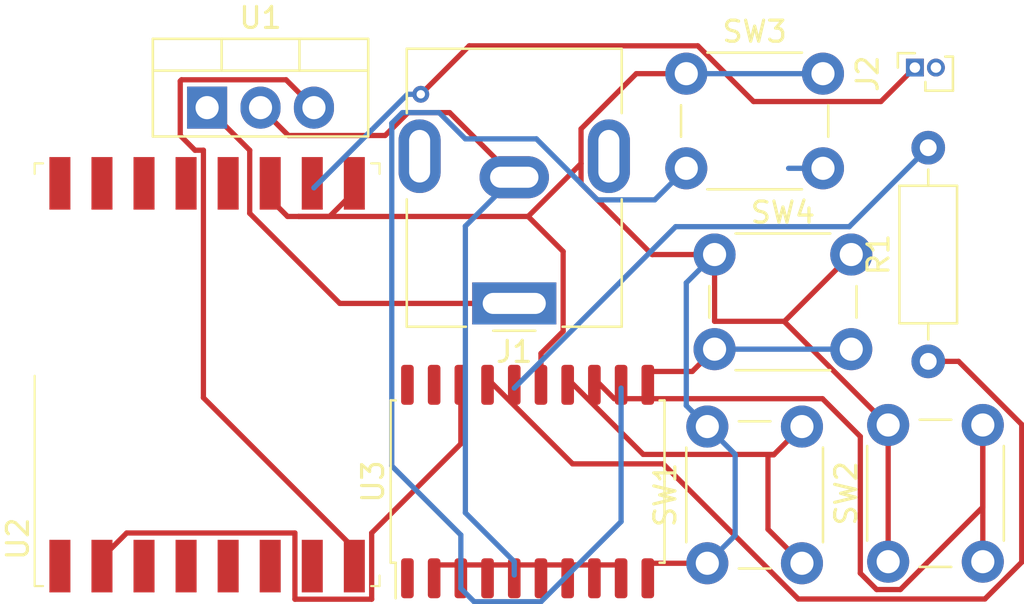
<source format=kicad_pcb>
(kicad_pcb (version 20211014) (generator pcbnew)
  (layers (0 "F.Cu" signal) (31 "B.Cu" signal) (34 "B.Paste" user) (35 "F.Paste" user) (36 "B.SilkS" user "B.Silkscreen") (37 "F.SilkS" user "F.Silkscreen") (38 "B.Mask" user) (39 "F.Mask" user) (44 "Edge.Cuts" user))
  (net 0 "")
  (net 1 "Net-(J1-Pad1)")
  (net 2 "GND")
  (net 3 "Net-(J2-Pad1)")
  (net 4 "Net-(R1-Pad1)")
  (net 5 "Net-(R1-Pad2)")
  (net 6 "Earth")
  (net 7 "Net-(SW1-Pad2)")
  (net 8 "Net-(SW2-Pad2)")
  (net 9 "Net-(SW3-Pad2)")
  (net 10 "Net-(SW4-Pad2)")
  (net 11 "VCC")
  (net 13 "DATA")
  (net 25 "+9V")
  (footprint "Connector_PinSocket_1.00mm:PinSocket_1x02_P1.00mm_Vertical" (layer "F.Cu") (at 143.51 62.865 90)
    (fp_text reference "J2" (at -0.29 -2.25 90) (layer "F.SilkS"))
    (fp_text value "Conn_01x01_Female" hide)
    (fp_line (start -1.1 0.5) (end -1.1 1.81) (layer "F.SilkS") (width 0.12))
    (fp_line (start -1.1 1.81) (end 0.52 1.81) (layer "F.SilkS") (width 0.12))
    (fp_line (start 0.685 -0.81) (end 0.685 0) (layer "F.SilkS") (width 0.12))
    (fp_line (start 0.52 1.445898) (end 0.52 1.81) (layer "F.SilkS") (width 0.12))
    (fp_line (start -1.1 0.5) (end -0.685 0.5) (layer "F.SilkS") (width 0.12))
    (fp_line (start 0 -0.81) (end 0.685 -0.81) (layer "F.SilkS") (width 0.12))
    (pad "1" thru_hole rect (at 0 0 90) (size 0.85 0.85) (drill 0.5) (layers *.Cu *.Mask) (net 3 "Net-(J2-Pad1)"))
    (pad "2" thru_hole oval (at 0 1 90) (size 0.85 0.85) (drill 0.5) (layers *.Cu *.Mask))
  )
  (footprint "Button_Switch_THT:SW_PUSH_6mm" (layer "F.Cu") (at 132.64 63.155)
    (fp_text reference "SW3" (at 3.25 -2) (layer "F.SilkS"))
    (fp_text value "SW_Push" hide)
    (fp_line (start 1 5.5) (end 5.5 5.5) (layer "F.SilkS") (width 0.12))
    (fp_line (start -0.25 1.5) (end -0.25 3) (layer "F.SilkS") (width 0.12))
    (fp_line (start 6.75 3) (end 6.75 1.5) (layer "F.SilkS") (width 0.12))
    (fp_line (start 5.5 -1) (end 1 -1) (layer "F.SilkS") (width 0.12))
    (pad "1" thru_hole circle (at 6.5 0 90) (size 2 2) (drill 1.1) (layers *.Cu *.Mask) (net 6 "Earth"))
    (pad "1" thru_hole circle (at 0 0 90) (size 2 2) (drill 1.1) (layers *.Cu *.Mask) (net 6 "Earth"))
    (pad "2" thru_hole circle (at 6.5 4.5 90) (size 2 2) (drill 1.1) (layers *.Cu *.Mask) (net 9 "Net-(SW3-Pad2)"))
    (pad "2" thru_hole circle (at 0 4.5 90) (size 2 2) (drill 1.1) (layers *.Cu *.Mask) (net 9 "Net-(SW3-Pad2)"))
  )
  (footprint "Package_SO:SOP-20_7.5x12.8mm_P1.27mm" (layer "F.Cu") (at 125.095 82.55 90)
    (fp_text reference "U3" (at 0 -7.35 90) (layer "F.SilkS"))
    (fp_text value "HT12E" hide)
    (fp_line (start 0 6.51) (end 3.86 6.51) (layer "F.SilkS") (width 0.12))
    (fp_line (start 0 -6.51) (end 3.86 -6.51) (layer "F.SilkS") (width 0.12))
    (fp_line (start 3.86 -6.51) (end 3.86 -6.275) (layer "F.SilkS") (width 0.12))
    (fp_line (start 3.86 6.51) (end 3.86 6.275) (layer "F.SilkS") (width 0.12))
    (fp_line (start -3.86 -6.51) (end -3.86 -6.275) (layer "F.SilkS") (width 0.12))
    (fp_line (start 0 -6.51) (end -3.86 -6.51) (layer "F.SilkS") (width 0.12))
    (fp_line (start 0 6.51) (end -3.86 6.51) (layer "F.SilkS") (width 0.12))
    (fp_line (start -3.86 -6.275) (end -5.55 -6.275) (layer "F.SilkS") (width 0.12))
    (fp_line (start -3.86 6.51) (end -3.86 6.275) (layer "F.SilkS") (width 0.12))
    (pad "1" smd roundrect (at -4.6 -5.715 90) (size 1.9 0.6) (layers "F.Cu" "F.Paste" "F.Mask"))
    (pad "2" smd roundrect (at -4.6 -4.445 90) (size 1.9 0.6) (layers "F.Cu" "F.Paste" "F.Mask") (net 2 "GND"))
    (pad "3" smd roundrect (at -4.6 -3.175 90) (size 1.9 0.6) (layers "F.Cu" "F.Paste" "F.Mask") (net 2 "GND"))
    (pad "4" smd roundrect (at -4.6 -1.905 90) (size 1.9 0.6) (layers "F.Cu" "F.Paste" "F.Mask") (net 2 "GND"))
    (pad "5" smd roundrect (at -4.6 -0.635 90) (size 1.9 0.6) (layers "F.Cu" "F.Paste" "F.Mask") (net 2 "GND"))
    (pad "6" smd roundrect (at -4.6 0.635 90) (size 1.9 0.6) (layers "F.Cu" "F.Paste" "F.Mask") (net 2 "GND"))
    (pad "7" smd roundrect (at -4.6 1.905 90) (size 1.9 0.6) (layers "F.Cu" "F.Paste" "F.Mask") (net 2 "GND"))
    (pad "8" smd roundrect (at -4.6 3.175 90) (size 1.9 0.6) (layers "F.Cu" "F.Paste" "F.Mask") (net 2 "GND"))
    (pad "9" smd roundrect (at -4.6 4.445 90) (size 1.9 0.6) (layers "F.Cu" "F.Paste" "F.Mask") (net 2 "GND"))
    (pad "10" smd roundrect (at -4.6 5.715 90) (size 1.9 0.6) (layers "F.Cu" "F.Paste" "F.Mask") (net 6 "Earth"))
    (pad "11" smd roundrect (at 4.6 5.715 90) (size 1.9 0.6) (layers "F.Cu" "F.Paste" "F.Mask") (net 10 "Net-(SW4-Pad2)"))
    (pad "12" smd roundrect (at 4.6 4.445 90) (size 1.9 0.6) (layers "F.Cu" "F.Paste" "F.Mask") (net 9 "Net-(SW3-Pad2)"))
    (pad "13" smd roundrect (at 4.6 3.175 90) (size 1.9 0.6) (layers "F.Cu" "F.Paste" "F.Mask") (net 8 "Net-(SW2-Pad2)"))
    (pad "14" smd roundrect (at 4.6 1.905 90) (size 1.9 0.6) (layers "F.Cu" "F.Paste" "F.Mask") (net 7 "Net-(SW1-Pad2)"))
    (pad "15" smd roundrect (at 4.6 0.635 90) (size 1.9 0.6) (layers "F.Cu" "F.Paste" "F.Mask") (net 6 "Earth"))
    (pad "16" smd roundrect (at 4.6 -0.635 90) (size 1.9 0.6) (layers "F.Cu" "F.Paste" "F.Mask") (net 5 "Net-(R1-Pad2)"))
    (pad "17" smd roundrect (at 4.6 -1.905 90) (size 1.9 0.6) (layers "F.Cu" "F.Paste" "F.Mask") (net 4 "Net-(R1-Pad1)"))
    (pad "18" smd roundrect (at 4.6 -3.175 90) (size 1.9 0.6) (layers "F.Cu" "F.Paste" "F.Mask") (net 13 "DATA"))
    (pad "19" smd roundrect (at 4.6 -4.445 90) (size 1.9 0.6) (layers "F.Cu" "F.Paste" "F.Mask") (net 25 "+9V"))
    (pad "20" smd roundrect (at 4.6 -5.715 90) (size 1.9 0.6) (layers "F.Cu" "F.Paste" "F.Mask"))
  )
  (footprint "Resistor_THT:R_Axial_DIN0207_L6.3mm_D2.5mm_P10.16mm_Horizontal" (layer "F.Cu") (at 144.145 76.835 90)
    (fp_text reference "R1" (at 5.08 -2.37 90) (layer "F.SilkS"))
    (fp_text value "1.1M")
    (fp_line (start 1.81 1.37) (end 8.35 1.37) (layer "F.SilkS") (width 0.12))
    (fp_line (start 8.35 1.37) (end 8.35 -1.37) (layer "F.SilkS") (width 0.12))
    (fp_line (start 8.35 -1.37) (end 1.81 -1.37) (layer "F.SilkS") (width 0.12))
    (fp_line (start 1.81 -1.37) (end 1.81 1.37) (layer "F.SilkS") (width 0.12))
    (fp_line (start 9.12 0) (end 8.35 0) (layer "F.SilkS") (width 0.12))
    (fp_line (start 1.04 0) (end 1.81 0) (layer "F.SilkS") (width 0.12))
    (pad "1" thru_hole circle (at 0 0 90) (size 1.6 1.6) (drill 0.8) (layers *.Cu *.Mask) (net 4 "Net-(R1-Pad1)"))
    (pad "2" thru_hole oval (at 10.16 0 90) (size 1.6 1.6) (drill 0.8) (layers *.Cu *.Mask) (net 5 "Net-(R1-Pad2)"))
  )
  (footprint "Button_Switch_THT:SW_PUSH_6mm" (layer "F.Cu") (at 133.64 86.435 90)
    (fp_text reference "SW1" (at 3.25 -2 90) (layer "F.SilkS"))
    (fp_text value "SW_Push" hide)
    (fp_line (start 1 5.5) (end 5.5 5.5) (layer "F.SilkS") (width 0.12))
    (fp_line (start 5.5 -1) (end 1 -1) (layer "F.SilkS") (width 0.12))
    (fp_line (start 6.75 3) (end 6.75 1.5) (layer "F.SilkS") (width 0.12))
    (fp_line (start -0.25 1.5) (end -0.25 3) (layer "F.SilkS") (width 0.12))
    (pad "1" thru_hole circle (at 0 0 180) (size 2 2) (drill 1.1) (layers *.Cu *.Mask) (net 6 "Earth"))
    (pad "1" thru_hole circle (at 6.5 0 180) (size 2 2) (drill 1.1) (layers *.Cu *.Mask) (net 6 "Earth"))
    (pad "2" thru_hole circle (at 6.5 4.5 180) (size 2 2) (drill 1.1) (layers *.Cu *.Mask) (net 7 "Net-(SW1-Pad2)"))
    (pad "2" thru_hole circle (at 0 4.5 180) (size 2 2) (drill 1.1) (layers *.Cu *.Mask) (net 7 "Net-(SW1-Pad2)"))
  )
  (footprint "Connector_BarrelJack:BarrelJack_CUI_PJ-063AH_Horizontal" (layer "F.Cu") (at 124.46 74.08 180)
    (fp_text reference "J1" (at 0 -2.3) (layer "F.SilkS"))
    (fp_text value "Barrel_Jack" hide)
    (fp_line (start 5.11 9.05) (end 5.11 12.11) (layer "F.SilkS") (width 0.12))
    (fp_line (start -5.11 12.11) (end -5.11 9.05) (layer "F.SilkS") (width 0.12))
    (fp_line (start -1 -1.3) (end 1 -1.3) (layer "F.SilkS") (width 0.12))
    (fp_line (start 5.11 -1.11) (end 5.11 4.95) (layer "F.SilkS") (width 0.12))
    (fp_line (start -5.11 -1.11) (end -2.3 -1.11) (layer "F.SilkS") (width 0.12))
    (fp_line (start -5.11 4.95) (end -5.11 -1.11) (layer "F.SilkS") (width 0.12))
    (fp_line (start 5.11 12.11) (end -5.11 12.11) (layer "F.SilkS") (width 0.12))
    (fp_line (start 2.3 -1.11) (end 5.11 -1.11) (layer "F.SilkS") (width 0.12))
    (pad "" np_thru_hole circle (at 0 9 180) (size 1.6 1.6) (drill 1.6) (layers *.Cu *.Mask))
    (pad "1" thru_hole rect (at 0 0 180) (size 4 2) (drill oval 3 1) (layers *.Cu *.Mask) (net 1 "Net-(J1-Pad1)"))
    (pad "2" thru_hole oval (at 0 6 180) (size 3.3 2) (drill oval 2.3 1) (layers *.Cu *.Mask) (net 2 "GND"))
    (pad "MP" thru_hole oval (at -4.5 7 180) (size 2 3.5) (drill oval 1 2.5) (layers *.Cu *.Mask))
    (pad "MP" thru_hole oval (at 4.5 7 180) (size 2 3.5) (drill oval 1 2.5) (layers *.Cu *.Mask))
  )
  (footprint "Button_Switch_THT:SW_PUSH_6mm" (layer "F.Cu") (at 142.24 86.36 90)
    (fp_text reference "SW2" (at 3.25 -2 90) (layer "F.SilkS"))
    (fp_text value "SW_Push" hide)
    (fp_line (start -0.25 1.5) (end -0.25 3) (layer "F.SilkS") (width 0.12))
    (fp_line (start 1 5.5) (end 5.5 5.5) (layer "F.SilkS") (width 0.12))
    (fp_line (start 6.75 3) (end 6.75 1.5) (layer "F.SilkS") (width 0.12))
    (fp_line (start 5.5 -1) (end 1 -1) (layer "F.SilkS") (width 0.12))
    (pad "1" thru_hole circle (at 6.5 0 180) (size 2 2) (drill 1.1) (layers *.Cu *.Mask) (net 6 "Earth"))
    (pad "1" thru_hole circle (at 0 0 180) (size 2 2) (drill 1.1) (layers *.Cu *.Mask) (net 6 "Earth"))
    (pad "2" thru_hole circle (at 6.5 4.5 180) (size 2 2) (drill 1.1) (layers *.Cu *.Mask) (net 8 "Net-(SW2-Pad2)"))
    (pad "2" thru_hole circle (at 0 4.5 180) (size 2 2) (drill 1.1) (layers *.Cu *.Mask) (net 8 "Net-(SW2-Pad2)"))
  )
  (footprint "RF_Module:HOPERF_RFM69HW" (layer "F.Cu") (at 109.855 77.47 90)
    (fp_text reference "U2" (at -7.8 -9 90) (layer "F.SilkS"))
    (fp_text value "RFM69HW" hide)
    (fp_line (start -10.05 8.2) (end -9.55 8.2) (layer "F.SilkS") (width 0.1))
    (fp_line (start -10.05 7.8) (end -10.05 8.2) (layer "F.SilkS") (width 0.1))
    (fp_line (start -10.05 -8.2) (end -0.05 -8.2) (layer "F.SilkS") (width 0.1))
    (fp_line (start 10.05 7.8) (end 10.05 8.2) (layer "F.SilkS") (width 0.1))
    (fp_line (start 9.55 -8.2) (end 10.05 -8.2) (layer "F.SilkS") (width 0.1))
    (fp_line (start 10.05 -8.2) (end 10.05 -7.8) (layer "F.SilkS") (width 0.1))
    (fp_line (start -10.05 -8.2) (end -10.05 -7.8) (layer "F.SilkS") (width 0.1))
    (fp_line (start 9.55 8.2) (end 10.05 8.2) (layer "F.SilkS") (width 0.1))
    (pad "1" smd rect (at -9.1 -7 90) (size 2.5 1) (layers "F.Cu" "F.Paste" "F.Mask"))
    (pad "2" smd rect (at -9.1 -5 90) (size 2.5 1) (layers "F.Cu" "F.Paste" "F.Mask") (net 13 "DATA"))
    (pad "3" smd rect (at -9.1 -3 90) (size 2.5 1) (layers "F.Cu" "F.Paste" "F.Mask"))
    (pad "4" smd rect (at -9.1 -1 90) (size 2.5 1) (layers "F.Cu" "F.Paste" "F.Mask"))
    (pad "5" smd rect (at -9.1 1 90) (size 2.5 1) (layers "F.Cu" "F.Paste" "F.Mask"))
    (pad "6" smd rect (at -9.1 3 90) (size 2.5 1) (layers "F.Cu" "F.Paste" "F.Mask"))
    (pad "7" smd rect (at -9.1 5 90) (size 2.5 1) (layers "F.Cu" "F.Paste" "F.Mask"))
    (pad "8" smd rect (at -9.1 7 90) (size 2.5 1) (layers "F.Cu" "F.Paste" "F.Mask") (net 11 "VCC"))
    (pad "9" smd rect (at 9.1 7 90) (size 2.5 1) (layers "F.Cu" "F.Paste" "F.Mask") (net 6 "Earth"))
    (pad "10" smd rect (at 9.1 5 90) (size 2.5 1) (layers "F.Cu" "F.Paste" "F.Mask") (net 3 "Net-(J2-Pad1)"))
    (pad "11" smd rect (at 9.1 3 90) (size 2.5 1) (layers "F.Cu" "F.Paste" "F.Mask") (net 6 "Earth"))
    (pad "12" smd rect (at 9.1 1 90) (size 2.5 1) (layers "F.Cu" "F.Paste" "F.Mask"))
    (pad "13" smd rect (at 9.1 -1 90) (size 2.5 1) (layers "F.Cu" "F.Paste" "F.Mask"))
    (pad "14" smd rect (at 9.1 -3 90) (size 2.5 1) (layers "F.Cu" "F.Paste" "F.Mask"))
    (pad "15" smd rect (at 9.1 -5 90) (size 2.5 1) (layers "F.Cu" "F.Paste" "F.Mask"))
    (pad "16" smd rect (at 9.1 -7 90) (size 2.5 1) (layers "F.Cu" "F.Paste" "F.Mask"))
  )
  (footprint "Package_TO_SOT_THT:TO-220-3_Vertical" (layer "F.Cu") (at 109.855 64.77)
    (fp_text reference "U1" (at 2.54 -4.27) (layer "F.SilkS"))
    (fp_text value "L7805" hide)
    (fp_line (start -2.58 -3.27) (end -2.58 1.371) (layer "F.SilkS") (width 0.12))
    (fp_line (start 4.391 -3.27) (end 4.391 -1.76) (layer "F.SilkS") (width 0.12))
    (fp_line (start 0.69 -3.27) (end 0.69 -1.76) (layer "F.SilkS") (width 0.12))
    (fp_line (start 7.66 -3.27) (end 7.66 1.371) (layer "F.SilkS") (width 0.12))
    (fp_line (start -2.58 -1.76) (end 7.66 -1.76) (layer "F.SilkS") (width 0.12))
    (fp_line (start -2.58 -3.27) (end 7.66 -3.27) (layer "F.SilkS") (width 0.12))
    (fp_line (start -2.58 1.371) (end 7.66 1.371) (layer "F.SilkS") (width 0.12))
    (pad "1" thru_hole rect (at 0 0) (size 1.905 2) (drill 1.1) (layers *.Cu *.Mask) (net 1 "Net-(J1-Pad1)"))
    (pad "2" thru_hole oval (at 2.54 0) (size 1.905 2) (drill 1.1) (layers *.Cu *.Mask) (net 2 "GND"))
    (pad "3" thru_hole oval (at 5.08 0) (size 1.905 2) (drill 1.1) (layers *.Cu *.Mask) (net 11 "VCC"))
  )
  (footprint "Button_Switch_THT:SW_PUSH_6mm" (layer "F.Cu") (at 133.985 71.755)
    (fp_text reference "SW4" (at 3.25 -2) (layer "F.SilkS"))
    (fp_text value "SW_Push" hide)
    (fp_line (start 5.5 -1) (end 1 -1) (layer "F.SilkS") (width 0.12))
    (fp_line (start 1 5.5) (end 5.5 5.5) (layer "F.SilkS") (width 0.12))
    (fp_line (start -0.25 1.5) (end -0.25 3) (layer "F.SilkS") (width 0.12))
    (fp_line (start 6.75 3) (end 6.75 1.5) (layer "F.SilkS") (width 0.12))
    (pad "1" thru_hole circle (at 6.5 0 90) (size 2 2) (drill 1.1) (layers *.Cu *.Mask) (net 6 "Earth"))
    (pad "1" thru_hole circle (at 0 0 90) (size 2 2) (drill 1.1) (layers *.Cu *.Mask) (net 6 "Earth"))
    (pad "2" thru_hole circle (at 6.5 4.5 90) (size 2 2) (drill 1.1) (layers *.Cu *.Mask) (net 10 "Net-(SW4-Pad2)"))
    (pad "2" thru_hole circle (at 0 4.5 90) (size 2 2) (drill 1.1) (layers *.Cu *.Mask) (net 10 "Net-(SW4-Pad2)"))
  )
  (segment (start 111.880489 66.795489) (end 111.880489 69.794511) (width 0.25) (layer "F.Cu") (net 1))
  (segment (start 116.165978 74.08) (end 124.46 74.08) (width 0.25) (layer "F.Cu") (net 1))
  (segment (start 111.880489 69.794511) (end 116.165978 74.08) (width 0.25) (layer "F.Cu") (net 1))
  (segment (start 109.855 64.77) (end 111.880489 66.795489) (width 0.25) (layer "F.Cu") (net 1))
  (segment (start 118.322326 66.09452) (end 119.411366 65.00548) (width 0.25) (layer "F.Cu") (net 2))
  (segment (start 121.38548 65.00548) (end 124.46 68.08) (width 0.25) (layer "F.Cu") (net 2))
  (segment (start 120.65 86.515) (end 128.46596 86.515) (width 0.25) (layer "F.Cu") (net 2))
  (segment (start 119.411366 65.00548) (end 121.38548 65.00548) (width 0.25) (layer "F.Cu") (net 2))
  (segment (start 112.395 64.77) (end 113.71952 66.09452) (width 0.25) (layer "F.Cu") (net 2))
  (segment (start 113.71952 66.09452) (end 118.322326 66.09452) (width 0.25) (layer "F.Cu") (net 2))
  (segment (start 128.27 86.515) (end 129.54 86.515) (width 0.25) (layer "F.Cu") (net 2))
  (segment (start 124.46 68.08) (end 122.135489 70.404511) (width 0.25) (layer "B.Cu") (net 2))
  (segment (start 124.46 86.534112) (end 124.46 86.995) (width 0.25) (layer "B.Cu") (net 2))
  (segment (start 124.46 86.36) (end 124.46 86.534112) (width 0.25) (layer "B.Cu") (net 2))
  (segment (start 122.135489 70.404511) (end 122.135489 84.035489) (width 0.25) (layer "B.Cu") (net 2))
  (segment (start 122.135489 84.035489) (end 124.46 86.36) (width 0.25) (layer "B.Cu") (net 2))
  (segment (start 143.51 62.865) (end 141.895489 64.479511) (width 0.25) (layer "F.Cu") (net 3))
  (segment (start 141.895489 64.479511) (end 135.837654 64.479511) (width 0.25) (layer "F.Cu") (net 3))
  (segment (start 135.837654 64.479511) (end 133.188632 61.830489) (width 0.25) (layer "F.Cu") (net 3))
  (segment (start 133.188632 61.830489) (end 122.319511 61.830489) (width 0.25) (layer "F.Cu") (net 3))
  (segment (start 122.319511 61.830489) (end 120.015 64.135) (width 0.25) (layer "F.Cu") (net 3))
  (via (at 120.015 64.135) (size 0.8) (drill 0.4) (layers "F.Cu" "B.Cu") (net 3))
  (segment (start 119.379283 64.135) (end 114.935 68.579283) (width 0.25) (layer "B.Cu") (net 3))
  (segment (start 120.015 64.135) (end 119.379283 64.135) (width 0.25) (layer "B.Cu") (net 3))
  (segment (start 114.935 68.579283) (end 114.935 68.58) (width 0.25) (layer "B.Cu") (net 3))
  (segment (start 146.839112 88.134031) (end 148.59 86.383143) (width 0.25) (layer "F.Cu") (net 4))
  (segment (start 148.59 86.383143) (end 148.59 79.836857) (width 0.25) (layer "F.Cu") (net 4))
  (segment (start 127.232959 81.709031) (end 131.540888 81.709031) (width 0.25) (layer "F.Cu") (net 4))
  (segment (start 137.965888 88.134031) (end 146.839112 88.134031) (width 0.25) (layer "F.Cu") (net 4))
  (segment (start 123.19 77.315) (end 123.19 77.666072) (width 0.25) (layer "F.Cu") (net 4))
  (segment (start 145.588143 76.835) (end 144.145 76.835) (width 0.25) (layer "F.Cu") (net 4))
  (segment (start 123.19 77.666072) (end 127.232959 81.709031) (width 0.25) (layer "F.Cu") (net 4))
  (segment (start 131.540888 81.709031) (end 137.965888 88.134031) (width 0.25) (layer "F.Cu") (net 4))
  (segment (start 148.59 79.836857) (end 145.588143 76.835) (width 0.25) (layer "F.Cu") (net 4))
  (segment (start 140.389511 70.430489) (end 132.134511 70.430489) (width 0.25) (layer "B.Cu") (net 5))
  (segment (start 132.134511 70.430489) (end 124.46 78.105) (width 0.25) (layer "B.Cu") (net 5))
  (segment (start 144.145 66.675) (end 140.389511 70.430489) (width 0.25) (layer "B.Cu") (net 5))
  (segment (start 116.855 68.37) (end 116.855 68.769022) (width 0.25) (layer "F.Cu") (net 6))
  (segment (start 126.784511 75.404511) (end 125.73 76.459022) (width 0.25) (layer "F.Cu") (net 6))
  (segment (start 115.679511 69.944511) (end 114.205489 69.944511) (width 0.25) (layer "F.Cu") (net 6))
  (segment (start 127.63548 68.378634) (end 131.011846 71.755) (width 0.25) (layer "F.Cu") (net 6))
  (segment (start 112.855 68.37) (end 112.855 69.12) (width 0.25) (layer "F.Cu") (net 6))
  (segment (start 125.73 76.459022) (end 125.73 77.315) (width 0.25) (layer "F.Cu") (net 6))
  (segment (start 114.205489 69.944511) (end 125.118643 69.944511) (width 0.25) (layer "F.Cu") (net 6))
  (segment (start 112.855 69.12) (end 113.679511 69.944511) (width 0.25) (layer "F.Cu") (net 6))
  (segment (start 137.309511 74.952654) (end 142.216857 79.86) (width 0.25) (layer "F.Cu") (net 6))
  (segment (start 142.24 79.86) (end 142.24 86.36) (width 0.25) (layer "F.Cu") (net 6))
  (segment (start 130.89 86.435) (end 133.64 86.435) (width 0.25) (layer "F.Cu") (net 6))
  (segment (start 113.679511 69.944511) (end 114.205489 69.944511) (width 0.25) (layer "F.Cu") (net 6))
  (segment (start 137.309511 74.930489) (end 137.309511 74.952654) (width 0.25) (layer "F.Cu") (net 6))
  (segment (start 116.855 68.769022) (end 115.679511 69.944511) (width 0.25) (layer "F.Cu") (net 6))
  (segment (start 133.985 71.755) (end 131.048861 71.755) (width 0.25) (layer "F.Cu") (net 6))
  (segment (start 131.011846 71.755) (end 131.048861 71.755) (width 0.25) (layer "F.Cu") (net 6))
  (segment (start 133.985 71.755) (end 133.985 74.930489) (width 0.25) (layer "F.Cu") (net 6))
  (segment (start 142.216857 79.86) (end 142.24 79.86) (width 0.25) (layer "F.Cu") (net 6))
  (segment (start 127.63548 67.427674) (end 127.63548 68.378634) (width 0.25) (layer "F.Cu") (net 6))
  (segment (start 125.118643 69.944511) (end 127.63548 67.427674) (width 0.25) (layer "F.Cu") (net 6))
  (segment (start 127.63548 65.781366) (end 130.261846 63.155) (width 0.25) (layer "F.Cu") (net 6))
  (segment (start 125.118643 69.944511) (end 126.784511 71.610379) (width 0.25) (layer "F.Cu") (net 6))
  (segment (start 126.784511 71.610379) (end 126.784511 75.404511) (width 0.25) (layer "F.Cu") (net 6))
  (segment (start 133.985 74.930489) (end 137.309511 74.930489) (width 0.25) (layer "F.Cu") (net 6))
  (segment (start 130.81 86.515) (end 130.89 86.435) (width 0.25) (layer "F.Cu") (net 6))
  (segment (start 130.261846 63.155) (end 132.64 63.155) (width 0.25) (layer "F.Cu") (net 6))
  (segment (start 137.309511 74.930489) (end 140.485 71.755) (width 0.25) (layer "F.Cu") (net 6))
  (segment (start 127.63548 67.427674) (end 127.63548 65.781366) (width 0.25) (layer "F.Cu") (net 6))
  (segment (start 132.64 73.1) (end 133.985 71.755) (width 0.25) (layer "B.Cu") (net 6))
  (segment (start 132.64 78.935) (end 132.64 73.1) (width 0.25) (layer "B.Cu") (net 6))
  (segment (start 132.64 63.155) (end 139.14 63.155) (width 0.25) (layer "B.Cu") (net 6))
  (segment (start 133.64 86.435) (end 134.964511 85.110489) (width 0.25) (layer "B.Cu") (net 6))
  (segment (start 133.64 79.935) (end 132.64 78.935) (width 0.25) (layer "B.Cu") (net 6))
  (segment (start 134.964511 85.110489) (end 134.964511 81.259511) (width 0.25) (layer "B.Cu") (net 6))
  (segment (start 134.964511 81.259511) (end 133.64 79.935) (width 0.25) (layer "B.Cu") (net 6))
  (segment (start 127 77.315) (end 127 77.666072) (width 0.25) (layer "F.Cu") (net 7))
  (segment (start 136.525 81.28) (end 136.795 81.28) (width 0.25) (layer "F.Cu") (net 7))
  (segment (start 136.525 84.82) (end 136.525 81.28) (width 0.25) (layer "F.Cu") (net 7))
  (segment (start 138.14 86.435) (end 136.525 84.82) (width 0.25) (layer "F.Cu") (net 7))
  (segment (start 136.795 81.28) (end 136.815489 81.259511) (width 0.25) (layer "F.Cu") (net 7))
  (segment (start 130.593439 81.259511) (end 136.815489 81.259511) (width 0.25) (layer "F.Cu") (net 7))
  (segment (start 127 77.666072) (end 130.593439 81.259511) (width 0.25) (layer "F.Cu") (net 7))
  (segment (start 136.815489 81.259511) (end 138.14 79.935) (width 0.25) (layer "F.Cu") (net 7))
  (segment (start 146.74 79.86) (end 146.74 86.36) (width 0.25) (layer "F.Cu") (net 8))
  (segment (start 141.691368 87.684511) (end 142.820489 87.684511) (width 0.25) (layer "F.Cu") (net 8))
  (segment (start 128.27 77.666072) (end 129.214417 78.610489) (width 0.25) (layer "F.Cu") (net 8))
  (segment (start 139.117346 78.610489) (end 140.915489 80.408632) (width 0.25) (layer "F.Cu") (net 8))
  (segment (start 142.820489 87.684511) (end 146.74 83.765) (width 0.25) (layer "F.Cu") (net 8))
  (segment (start 140.915489 80.408632) (end 140.915489 86.908632) (width 0.25) (layer "F.Cu") (net 8))
  (segment (start 140.915489 86.908632) (end 141.691368 87.684511) (width 0.25) (layer "F.Cu") (net 8))
  (segment (start 146.74 83.765) (end 146.74 79.86) (width 0.25) (layer "F.Cu") (net 8))
  (segment (start 128.27 77.315) (end 128.27 77.666072) (width 0.25) (layer "F.Cu") (net 8))
  (segment (start 129.214417 78.610489) (end 139.117346 78.610489) (width 0.25) (layer "F.Cu") (net 8))
  (segment (start 122.555 88.265) (end 125.73 88.265) (width 0.25) (layer "B.Cu") (net 9))
  (segment (start 125.73 88.265) (end 129.54 84.455) (width 0.25) (layer "B.Cu") (net 9))
  (segment (start 122.134521 66.254521) (end 120.88548 65.00548) (width 0.25) (layer "B.Cu") (net 9))
  (segment (start 125.511367 66.254521) (end 122.134521 66.254521) (width 0.25) (layer "B.Cu") (net 9))
  (segment (start 118.63548 81.80548) (end 121.92 85.09) (width 0.25) (layer "B.Cu") (net 9))
  (segment (start 119.14452 65.00548) (end 118.63548 65.51452) (width 0.25) (layer "B.Cu") (net 9))
  (segment (start 128.411366 69.15452) (end 125.511367 66.254521) (width 0.25) (layer "B.Cu") (net 9))
  (segment (start 139.14 67.655) (end 137.505 67.655) (width 0.25) (layer "B.Cu") (net 9))
  (segment (start 129.54 84.455) (end 129.54 78.105) (width 0.25) (layer "B.Cu") (net 9))
  (segment (start 131.14048 69.15452) (end 128.411366 69.15452) (width 0.25) (layer "B.Cu") (net 9))
  (segment (start 132.64 67.655) (end 131.14048 69.15452) (width 0.25) (layer "B.Cu") (net 9))
  (segment (start 120.88548 65.00548) (end 119.14452 65.00548) (width 0.25) (layer "B.Cu") (net 9))
  (segment (start 121.92 85.09) (end 121.92 87.63) (width 0.25) (layer "B.Cu") (net 9))
  (segment (start 121.92 87.63) (end 122.555 88.265) (width 0.25) (layer "B.Cu") (net 9))
  (segment (start 118.63548 65.51452) (end 118.63548 81.80548) (width 0.25) (layer "B.Cu") (net 9))
  (segment (start 132.925 77.315) (end 133.985 76.255) (width 0.25) (layer "F.Cu") (net 10))
  (segment (start 130.81 77.315) (end 132.925 77.315) (width 0.25) (layer "F.Cu") (net 10))
  (segment (start 133.985 76.255) (end 140.485 76.255) (width 0.25) (layer "B.Cu") (net 10))
  (segment (start 113.61048 63.44548) (end 108.63952 63.44548) (width 0.25) (layer "F.Cu") (net 11))
  (segment (start 109.278967 66.795489) (end 109.679511 66.795489) (width 0.25) (layer "F.Cu") (net 11))
  (segment (start 116.855 85.74) (end 116.855 86.57) (width 0.25) (layer "F.Cu") (net 11))
  (segment (start 109.679511 66.795489) (end 109.679511 78.564511) (width 0.25) (layer "F.Cu") (net 11))
  (segment (start 109.679511 78.564511) (end 116.855 85.74) (width 0.25) (layer "F.Cu") (net 11))
  (segment (start 114.935 64.77) (end 113.61048 63.44548) (width 0.25) (layer "F.Cu") (net 11))
  (segment (start 108.577989 63.507011) (end 108.577989 66.094511) (width 0.25) (layer "F.Cu") (net 11))
  (segment (start 108.63952 63.44548) (end 108.577989 63.507011) (width 0.25) (layer "F.Cu") (net 11))
  (segment (start 108.577989 66.094511) (end 109.278967 66.795489) (width 0.25) (layer "F.Cu") (net 11))
  (segment (start 106.030489 84.995489) (end 114.030489 84.995489) (width 0.25) (layer "F.Cu") (net 13))
  (segment (start 104.855 86.57) (end 104.855 86.170978) (width 0.25) (layer "F.Cu") (net 13))
  (segment (start 104.855 86.170978) (end 106.030489 84.995489) (width 0.25) (layer "F.Cu") (net 13))
  (segment (start 121.92 80.755) (end 121.92 77.315) (width 0.25) (layer "F.Cu") (net 13))
  (segment (start 114.030489 88.144511) (end 117.679511 88.144511) (width 0.25) (layer "F.Cu") (net 13))
  (segment (start 117.679511 88.144511) (end 117.679511 84.995489) (width 0.25) (layer "F.Cu") (net 13))
  (segment (start 114.030489 84.995489) (end 114.030489 88.144511) (width 0.25) (layer "F.Cu") (net 13))
  (segment (start 117.679511 84.995489) (end 121.92 80.755) (width 0.25) (layer "F.Cu") (net 13))
)
</source>
